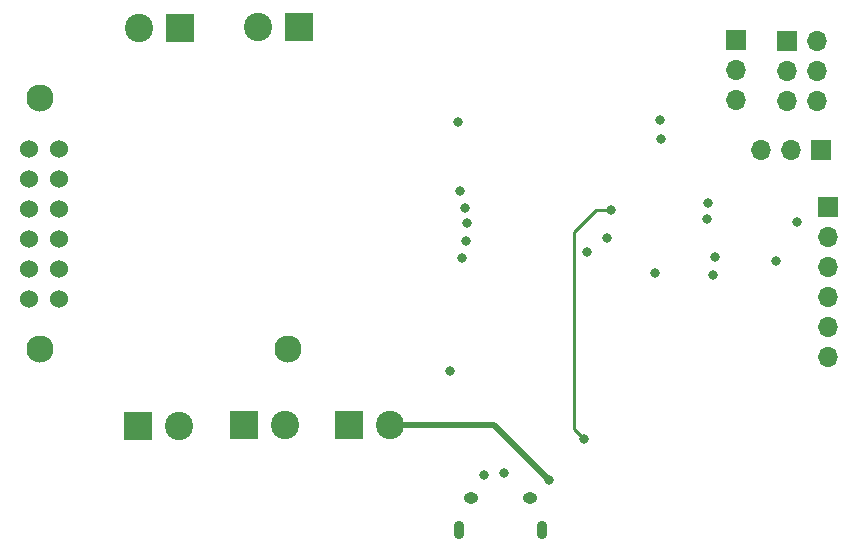
<source format=gbr>
%TF.GenerationSoftware,KiCad,Pcbnew,(6.0.0-0)*%
%TF.CreationDate,2022-09-02T11:48:13-04:00*%
%TF.ProjectId,Dome_Controller,446f6d65-5f43-46f6-9e74-726f6c6c6572,rev?*%
%TF.SameCoordinates,Original*%
%TF.FileFunction,Copper,L2,Inr*%
%TF.FilePolarity,Positive*%
%FSLAX46Y46*%
G04 Gerber Fmt 4.6, Leading zero omitted, Abs format (unit mm)*
G04 Created by KiCad (PCBNEW (6.0.0-0)) date 2022-09-02 11:48:13*
%MOMM*%
%LPD*%
G01*
G04 APERTURE LIST*
%TA.AperFunction,ComponentPad*%
%ADD10R,2.400000X2.400000*%
%TD*%
%TA.AperFunction,ComponentPad*%
%ADD11C,2.400000*%
%TD*%
%TA.AperFunction,ComponentPad*%
%ADD12O,0.890000X1.550000*%
%TD*%
%TA.AperFunction,ComponentPad*%
%ADD13O,1.250000X0.950000*%
%TD*%
%TA.AperFunction,ComponentPad*%
%ADD14R,1.700000X1.700000*%
%TD*%
%TA.AperFunction,ComponentPad*%
%ADD15O,1.700000X1.700000*%
%TD*%
%TA.AperFunction,ComponentPad*%
%ADD16C,1.524000*%
%TD*%
%TA.AperFunction,ComponentPad*%
%ADD17C,2.300000*%
%TD*%
%TA.AperFunction,ViaPad*%
%ADD18C,0.800000*%
%TD*%
%TA.AperFunction,Conductor*%
%ADD19C,0.500000*%
%TD*%
%TA.AperFunction,Conductor*%
%ADD20C,0.254000*%
%TD*%
G04 APERTURE END LIST*
D10*
%TO.N,GND*%
%TO.C,J5*%
X87780000Y-66000000D03*
D11*
%TO.N,+12V*%
X84280000Y-66000000D03*
%TD*%
D10*
%TO.N,GND*%
%TO.C,J8*%
X93190000Y-99570000D03*
D11*
%TO.N,+5V*%
X96690000Y-99570000D03*
%TD*%
D12*
%TO.N,unconnected-(J1-Pad6)*%
%TO.C,J1*%
X118400000Y-108450000D03*
D13*
X117400000Y-105750000D03*
X112400000Y-105750000D03*
D12*
X111400000Y-108450000D03*
%TD*%
D10*
%TO.N,GND*%
%TO.C,J9*%
X102060000Y-99570000D03*
D11*
%TO.N,+5V*%
X105560000Y-99570000D03*
%TD*%
D14*
%TO.N,GND*%
%TO.C,J3*%
X139210000Y-67040000D03*
D15*
X141750000Y-67040000D03*
%TO.N,RX_RS*%
X139210000Y-69580000D03*
%TO.N,RX_HP*%
X141750000Y-69580000D03*
%TO.N,TX_RS*%
X139210000Y-72120000D03*
%TO.N,TX_HP*%
X141750000Y-72120000D03*
%TD*%
D14*
%TO.N,GND*%
%TO.C,J2*%
X142610000Y-81150000D03*
D15*
%TO.N,unconnected-(J2-Pad2)*%
X142610000Y-83690000D03*
%TO.N,SCL*%
X142610000Y-86230000D03*
%TO.N,SDA*%
X142610000Y-88770000D03*
%TO.N,+3.3V*%
X142610000Y-91310000D03*
%TO.N,+5V*%
X142610000Y-93850000D03*
%TD*%
D14*
%TO.N,GND*%
%TO.C,J4*%
X142050000Y-76320000D03*
D15*
%TO.N,+5V*%
X139510000Y-76320000D03*
%TO.N,CL_D*%
X136970000Y-76320000D03*
%TD*%
D14*
%TO.N,GND*%
%TO.C,J10*%
X134870000Y-67020000D03*
D15*
%TO.N,RX_FU*%
X134870000Y-69560000D03*
%TO.N,TX_FU*%
X134870000Y-72100000D03*
%TD*%
D10*
%TO.N,GND*%
%TO.C,J7*%
X84230000Y-99650000D03*
D11*
%TO.N,+5V*%
X87730000Y-99650000D03*
%TD*%
D16*
%TO.N,+5V*%
%TO.C,U6*%
X75035000Y-76185000D03*
%TO.N,GND*%
X75035000Y-78725000D03*
X75035000Y-81265000D03*
%TO.N,+12V*%
X75035000Y-83805000D03*
%TO.N,unconnected-(U6-Pad5)*%
X75035000Y-86345000D03*
%TO.N,unconnected-(U6-Pad6)*%
X75035000Y-88885000D03*
%TO.N,unconnected-(U6-Pad7)*%
X77575000Y-88885000D03*
%TO.N,unconnected-(U6-Pad8)*%
X77575000Y-86345000D03*
%TO.N,+12V*%
X77575000Y-83805000D03*
%TO.N,GND*%
X77575000Y-81265000D03*
X77575000Y-78725000D03*
%TO.N,+5V*%
X77575000Y-76185000D03*
D17*
%TO.N,N/C*%
X75965000Y-71935000D03*
X75965000Y-93135000D03*
X96965000Y-93135000D03*
%TD*%
D10*
%TO.N,GND*%
%TO.C,J6*%
X97850000Y-65930000D03*
D11*
%TO.N,+12V*%
X94350000Y-65930000D03*
%TD*%
D18*
%TO.N,RX_FU*%
X111650000Y-85410000D03*
%TO.N,D-*%
X132870000Y-86910000D03*
X113545000Y-103815000D03*
%TO.N,D+*%
X133110000Y-85340000D03*
X115200000Y-103660000D03*
%TO.N,+5V*%
X118995000Y-104205000D03*
%TO.N,RX_RS*%
X111490000Y-79760000D03*
%TO.N,RX_HP*%
X122220000Y-84920000D03*
%TO.N,TX_RS*%
X111890000Y-81220000D03*
%TO.N,TX_HP*%
X123940000Y-83780000D03*
%TO.N,CL_D*%
X112090000Y-82520000D03*
%TO.N,ST_LED_D*%
X124270000Y-81410000D03*
X122020000Y-100770000D03*
%TO.N,TX_FU*%
X111960000Y-84020000D03*
%TO.N,GPIO0*%
X127970000Y-86730000D03*
X138230000Y-85740000D03*
%TO.N,TXD0*%
X128480000Y-75350000D03*
X132412337Y-82183784D03*
%TO.N,RXD0*%
X132480000Y-80810000D03*
X128400000Y-73720000D03*
%TO.N,RESET*%
X110635000Y-95045000D03*
X111280000Y-73950000D03*
X140055000Y-82385000D03*
%TD*%
D19*
%TO.N,+5V*%
X105560000Y-99570000D02*
X114360000Y-99570000D01*
X114360000Y-99570000D02*
X118995000Y-104205000D01*
D20*
%TO.N,ST_LED_D*%
X121143520Y-99893520D02*
X121143520Y-83270000D01*
X123003520Y-81410000D02*
X124270000Y-81410000D01*
X121143520Y-83270000D02*
X123003520Y-81410000D01*
X122020000Y-100770000D02*
X121143520Y-99893520D01*
%TD*%
M02*

</source>
